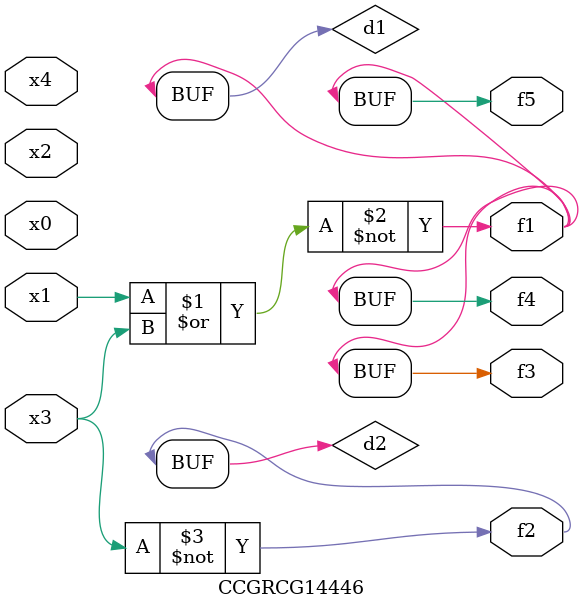
<source format=v>
module CCGRCG14446(
	input x0, x1, x2, x3, x4,
	output f1, f2, f3, f4, f5
);

	wire d1, d2;

	nor (d1, x1, x3);
	not (d2, x3);
	assign f1 = d1;
	assign f2 = d2;
	assign f3 = d1;
	assign f4 = d1;
	assign f5 = d1;
endmodule

</source>
